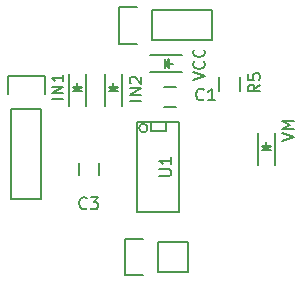
<source format=gto>
G04 #@! TF.FileFunction,Legend,Top*
%FSLAX46Y46*%
G04 Gerber Fmt 4.6, Leading zero omitted, Abs format (unit mm)*
G04 Created by KiCad (PCBNEW 4.0.2-stable) date Wednesday, January 18, 2017 'PMt' 01:38:14 PM*
%MOMM*%
G01*
G04 APERTURE LIST*
%ADD10C,0.100000*%
%ADD11C,0.150000*%
%ADD12C,2.301600*%
%ADD13R,1.101600X1.351600*%
%ADD14R,1.351600X1.101600*%
%ADD15R,2.133600X2.133600*%
%ADD16O,2.133600X2.133600*%
%ADD17R,1.300480X1.300480*%
%ADD18R,2.133600X1.828800*%
%ADD19O,2.133600X1.828800*%
%ADD20R,1.828800X2.133600*%
%ADD21O,1.828800X2.133600*%
%ADD22R,1.401600X0.801600*%
%ADD23R,1.371600X0.508000*%
G04 APERTURE END LIST*
D10*
D11*
X152258781Y-95265762D02*
X153258781Y-94932429D01*
X152258781Y-94599095D01*
X153258781Y-94265762D02*
X152258781Y-94265762D01*
X152973067Y-93932428D01*
X152258781Y-93599095D01*
X153258781Y-93599095D01*
X144740381Y-90106333D02*
X145740381Y-89773000D01*
X144740381Y-89439666D01*
X145645143Y-88534904D02*
X145692762Y-88582523D01*
X145740381Y-88725380D01*
X145740381Y-88820618D01*
X145692762Y-88963476D01*
X145597524Y-89058714D01*
X145502286Y-89106333D01*
X145311810Y-89153952D01*
X145168952Y-89153952D01*
X144978476Y-89106333D01*
X144883238Y-89058714D01*
X144788000Y-88963476D01*
X144740381Y-88820618D01*
X144740381Y-88725380D01*
X144788000Y-88582523D01*
X144835619Y-88534904D01*
X145645143Y-87534904D02*
X145692762Y-87582523D01*
X145740381Y-87725380D01*
X145740381Y-87820618D01*
X145692762Y-87963476D01*
X145597524Y-88058714D01*
X145502286Y-88106333D01*
X145311810Y-88153952D01*
X145168952Y-88153952D01*
X144978476Y-88106333D01*
X144883238Y-88058714D01*
X144788000Y-87963476D01*
X144740381Y-87820618D01*
X144740381Y-87725380D01*
X144788000Y-87582523D01*
X144835619Y-87534904D01*
X133751581Y-91703400D02*
X132751581Y-91703400D01*
X133751581Y-91227210D02*
X132751581Y-91227210D01*
X133751581Y-90655781D01*
X132751581Y-90655781D01*
X133751581Y-89655781D02*
X133751581Y-90227210D01*
X133751581Y-89941496D02*
X132751581Y-89941496D01*
X132894438Y-90036734D01*
X132989676Y-90131972D01*
X133037295Y-90227210D01*
X140355581Y-91855800D02*
X139355581Y-91855800D01*
X140355581Y-91379610D02*
X139355581Y-91379610D01*
X140355581Y-90808181D01*
X139355581Y-90808181D01*
X139450819Y-90379610D02*
X139403200Y-90331991D01*
X139355581Y-90236753D01*
X139355581Y-89998657D01*
X139403200Y-89903419D01*
X139450819Y-89855800D01*
X139546057Y-89808181D01*
X139641295Y-89808181D01*
X139784152Y-89855800D01*
X140355581Y-90427229D01*
X140355581Y-89808181D01*
X142311500Y-92353500D02*
X143311500Y-92353500D01*
X143311500Y-90653500D02*
X142311500Y-90653500D01*
X136740000Y-98163000D02*
X136740000Y-97163000D01*
X135040000Y-97163000D02*
X135040000Y-98163000D01*
X141795500Y-103822500D02*
X144335500Y-103822500D01*
X138975500Y-103542500D02*
X140525500Y-103542500D01*
X141795500Y-103822500D02*
X141795500Y-106362500D01*
X140525500Y-106642500D02*
X138975500Y-106642500D01*
X138975500Y-106642500D02*
X138975500Y-103542500D01*
X141795500Y-106362500D02*
X144335500Y-106362500D01*
X144335500Y-106362500D02*
X144335500Y-103822500D01*
X141084500Y-89459500D02*
X143784500Y-89459500D01*
X141084500Y-87959500D02*
X143784500Y-87959500D01*
X142584500Y-88859500D02*
X142584500Y-88609500D01*
X142584500Y-88609500D02*
X142434500Y-88759500D01*
X142334500Y-88359500D02*
X142334500Y-89059500D01*
X142684500Y-88709500D02*
X143034500Y-88709500D01*
X142334500Y-88709500D02*
X142684500Y-88359500D01*
X142684500Y-88359500D02*
X142684500Y-89059500D01*
X142684500Y-89059500D02*
X142334500Y-88709500D01*
X135687500Y-92278000D02*
X135687500Y-89578000D01*
X134187500Y-92278000D02*
X134187500Y-89578000D01*
X135087500Y-90778000D02*
X134837500Y-90778000D01*
X134837500Y-90778000D02*
X134987500Y-90928000D01*
X134587500Y-91028000D02*
X135287500Y-91028000D01*
X134937500Y-90678000D02*
X134937500Y-90328000D01*
X134937500Y-91028000D02*
X134587500Y-90678000D01*
X134587500Y-90678000D02*
X135287500Y-90678000D01*
X135287500Y-90678000D02*
X134937500Y-91028000D01*
X151689500Y-97294500D02*
X151689500Y-94594500D01*
X150189500Y-97294500D02*
X150189500Y-94594500D01*
X151089500Y-95794500D02*
X150839500Y-95794500D01*
X150839500Y-95794500D02*
X150989500Y-95944500D01*
X150589500Y-96044500D02*
X151289500Y-96044500D01*
X150939500Y-95694500D02*
X150939500Y-95344500D01*
X150939500Y-96044500D02*
X150589500Y-95694500D01*
X150589500Y-95694500D02*
X151289500Y-95694500D01*
X151289500Y-95694500D02*
X150939500Y-96044500D01*
X138735500Y-92278000D02*
X138735500Y-89578000D01*
X137235500Y-92278000D02*
X137235500Y-89578000D01*
X138135500Y-90778000D02*
X137885500Y-90778000D01*
X137885500Y-90778000D02*
X138035500Y-90928000D01*
X137635500Y-91028000D02*
X138335500Y-91028000D01*
X137985500Y-90678000D02*
X137985500Y-90328000D01*
X137985500Y-91028000D02*
X137635500Y-90678000D01*
X137635500Y-90678000D02*
X138335500Y-90678000D01*
X138335500Y-90678000D02*
X137985500Y-91028000D01*
X129349500Y-92583000D02*
X129349500Y-100203000D01*
X131889500Y-92583000D02*
X131889500Y-100203000D01*
X132169500Y-89763000D02*
X132169500Y-91313000D01*
X129349500Y-100203000D02*
X131889500Y-100203000D01*
X131889500Y-92583000D02*
X129349500Y-92583000D01*
X129069500Y-91313000D02*
X129069500Y-89763000D01*
X129069500Y-89763000D02*
X132169500Y-89763000D01*
X141287500Y-86741000D02*
X146367500Y-86741000D01*
X146367500Y-86741000D02*
X146367500Y-84201000D01*
X146367500Y-84201000D02*
X141287500Y-84201000D01*
X138467500Y-83921000D02*
X140017500Y-83921000D01*
X141287500Y-84201000D02*
X141287500Y-86741000D01*
X140017500Y-87021000D02*
X138467500Y-87021000D01*
X138467500Y-87021000D02*
X138467500Y-83921000D01*
X146953000Y-91024000D02*
X146953000Y-89824000D01*
X148703000Y-89824000D02*
X148703000Y-91024000D01*
X143573500Y-101282500D02*
X143573500Y-93662500D01*
X140017500Y-93662500D02*
X140017500Y-101282500D01*
X143573500Y-101282500D02*
X140017500Y-101282500D01*
X140017500Y-93662500D02*
X143573500Y-93662500D01*
X140884710Y-94170500D02*
G75*
G03X140884710Y-94170500I-359210J0D01*
G01*
X142430500Y-93662500D02*
X142430500Y-94424500D01*
X142430500Y-94424500D02*
X141160500Y-94424500D01*
X141160500Y-94424500D02*
X141160500Y-93662500D01*
X145629334Y-91733643D02*
X145581715Y-91781262D01*
X145438858Y-91828881D01*
X145343620Y-91828881D01*
X145200762Y-91781262D01*
X145105524Y-91686024D01*
X145057905Y-91590786D01*
X145010286Y-91400310D01*
X145010286Y-91257452D01*
X145057905Y-91066976D01*
X145105524Y-90971738D01*
X145200762Y-90876500D01*
X145343620Y-90828881D01*
X145438858Y-90828881D01*
X145581715Y-90876500D01*
X145629334Y-90924119D01*
X146581715Y-91828881D02*
X146010286Y-91828881D01*
X146296000Y-91828881D02*
X146296000Y-90828881D01*
X146200762Y-90971738D01*
X146105524Y-91066976D01*
X146010286Y-91114595D01*
X135723334Y-100941143D02*
X135675715Y-100988762D01*
X135532858Y-101036381D01*
X135437620Y-101036381D01*
X135294762Y-100988762D01*
X135199524Y-100893524D01*
X135151905Y-100798286D01*
X135104286Y-100607810D01*
X135104286Y-100464952D01*
X135151905Y-100274476D01*
X135199524Y-100179238D01*
X135294762Y-100084000D01*
X135437620Y-100036381D01*
X135532858Y-100036381D01*
X135675715Y-100084000D01*
X135723334Y-100131619D01*
X136056667Y-100036381D02*
X136675715Y-100036381D01*
X136342381Y-100417333D01*
X136485239Y-100417333D01*
X136580477Y-100464952D01*
X136628096Y-100512571D01*
X136675715Y-100607810D01*
X136675715Y-100845905D01*
X136628096Y-100941143D01*
X136580477Y-100988762D01*
X136485239Y-101036381D01*
X136199524Y-101036381D01*
X136104286Y-100988762D01*
X136056667Y-100941143D01*
X150388581Y-90489066D02*
X149912390Y-90822400D01*
X150388581Y-91060495D02*
X149388581Y-91060495D01*
X149388581Y-90679542D01*
X149436200Y-90584304D01*
X149483819Y-90536685D01*
X149579057Y-90489066D01*
X149721914Y-90489066D01*
X149817152Y-90536685D01*
X149864771Y-90584304D01*
X149912390Y-90679542D01*
X149912390Y-91060495D01*
X149388581Y-89584304D02*
X149388581Y-90060495D01*
X149864771Y-90108114D01*
X149817152Y-90060495D01*
X149769533Y-89965257D01*
X149769533Y-89727161D01*
X149817152Y-89631923D01*
X149864771Y-89584304D01*
X149960010Y-89536685D01*
X150198105Y-89536685D01*
X150293343Y-89584304D01*
X150340962Y-89631923D01*
X150388581Y-89727161D01*
X150388581Y-89965257D01*
X150340962Y-90060495D01*
X150293343Y-90108114D01*
X141882881Y-98234405D02*
X142692405Y-98234405D01*
X142787643Y-98186786D01*
X142835262Y-98139167D01*
X142882881Y-98043929D01*
X142882881Y-97853452D01*
X142835262Y-97758214D01*
X142787643Y-97710595D01*
X142692405Y-97662976D01*
X141882881Y-97662976D01*
X142882881Y-96662976D02*
X142882881Y-97234405D01*
X142882881Y-96948691D02*
X141882881Y-96948691D01*
X142025738Y-97043929D01*
X142120976Y-97139167D01*
X142168595Y-97234405D01*
%LPC*%
D12*
X132080000Y-104140000D03*
X151130000Y-104140000D03*
X132080000Y-86360000D03*
D13*
X143811500Y-91503500D03*
X141811500Y-91503500D03*
D14*
X135890000Y-96663000D03*
X135890000Y-98663000D03*
D15*
X140525500Y-105092500D03*
D16*
X143065500Y-105092500D03*
D17*
X143733520Y-88709500D03*
X141635480Y-88709500D03*
X134937500Y-89628980D03*
X134937500Y-91727020D03*
X150939500Y-94645480D03*
X150939500Y-96743520D03*
X137985500Y-89628980D03*
X137985500Y-91727020D03*
D18*
X130619500Y-91313000D03*
D19*
X130619500Y-93853000D03*
X130619500Y-96393000D03*
X130619500Y-98933000D03*
D20*
X140017500Y-85471000D03*
D21*
X142557500Y-85471000D03*
X145097500Y-85471000D03*
D22*
X147828000Y-89474000D03*
X147828000Y-91374000D03*
D12*
X151130000Y-86360000D03*
D23*
X139128500Y-94551500D03*
X139128500Y-95186500D03*
X139128500Y-95846900D03*
X139128500Y-96507300D03*
X139128500Y-97142300D03*
X139128500Y-97802700D03*
X139128500Y-98463100D03*
X139128500Y-99098100D03*
X139128500Y-99758500D03*
X139128500Y-100393500D03*
X144462500Y-100393500D03*
X144462500Y-99758500D03*
X144462500Y-99098100D03*
X144462500Y-98463100D03*
X144462500Y-97802700D03*
X144462500Y-97142300D03*
X144462500Y-96507300D03*
X144462500Y-95846900D03*
X144462500Y-95186500D03*
X144462500Y-94551500D03*
M02*

</source>
